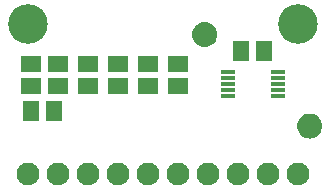
<source format=gbr>
G04 EAGLE Gerber RS-274X export*
G75*
%MOMM*%
%FSLAX34Y34*%
%LPD*%
%INSoldermask Top*%
%IPPOS*%
%AMOC8*
5,1,8,0,0,1.08239X$1,22.5*%
G01*
%ADD10R,1.152400X0.402400*%
%ADD11R,1.452400X1.652400*%
%ADD12R,1.652400X1.452400*%
%ADD13C,1.930400*%
%ADD14C,3.352400*%

G36*
X177052Y125410D02*
X177052Y125410D01*
X177095Y125422D01*
X177161Y125429D01*
X178844Y125880D01*
X178885Y125899D01*
X178948Y125918D01*
X180528Y126655D01*
X180565Y126681D01*
X180624Y126710D01*
X182052Y127710D01*
X182083Y127742D01*
X182136Y127781D01*
X183369Y129014D01*
X183394Y129050D01*
X183440Y129098D01*
X184440Y130526D01*
X184458Y130567D01*
X184495Y130622D01*
X185232Y132202D01*
X185243Y132245D01*
X185270Y132306D01*
X185721Y133989D01*
X185723Y134021D01*
X185730Y134042D01*
X185730Y134057D01*
X185740Y134098D01*
X185892Y135835D01*
X185888Y135879D01*
X185892Y135945D01*
X185740Y137682D01*
X185728Y137725D01*
X185721Y137791D01*
X185270Y139474D01*
X185251Y139515D01*
X185232Y139578D01*
X184495Y141158D01*
X184469Y141195D01*
X184440Y141254D01*
X183440Y142682D01*
X183408Y142713D01*
X183369Y142766D01*
X182136Y143999D01*
X182100Y144024D01*
X182052Y144070D01*
X180624Y145070D01*
X180583Y145088D01*
X180528Y145125D01*
X178948Y145862D01*
X178905Y145873D01*
X178844Y145900D01*
X177161Y146351D01*
X177116Y146354D01*
X177052Y146370D01*
X175315Y146522D01*
X175271Y146518D01*
X175205Y146522D01*
X173468Y146370D01*
X173425Y146358D01*
X173359Y146351D01*
X171676Y145900D01*
X171635Y145881D01*
X171572Y145862D01*
X169992Y145125D01*
X169955Y145099D01*
X169896Y145070D01*
X168468Y144070D01*
X168437Y144038D01*
X168384Y143999D01*
X167151Y142766D01*
X167126Y142730D01*
X167080Y142682D01*
X166080Y141254D01*
X166062Y141213D01*
X166025Y141158D01*
X165288Y139578D01*
X165277Y139535D01*
X165250Y139474D01*
X164799Y137791D01*
X164796Y137746D01*
X164780Y137682D01*
X164628Y135945D01*
X164632Y135901D01*
X164628Y135835D01*
X164780Y134098D01*
X164792Y134055D01*
X164796Y134021D01*
X164796Y134005D01*
X164798Y134000D01*
X164799Y133989D01*
X165250Y132306D01*
X165269Y132265D01*
X165288Y132202D01*
X166025Y130622D01*
X166051Y130585D01*
X166080Y130526D01*
X167080Y129098D01*
X167112Y129067D01*
X167151Y129014D01*
X168384Y127781D01*
X168420Y127756D01*
X168468Y127710D01*
X169896Y126710D01*
X169937Y126692D01*
X169992Y126655D01*
X171572Y125918D01*
X171615Y125907D01*
X171676Y125880D01*
X173359Y125429D01*
X173404Y125426D01*
X173468Y125410D01*
X175205Y125258D01*
X175249Y125262D01*
X175315Y125258D01*
X177052Y125410D01*
G37*
G36*
X265952Y47940D02*
X265952Y47940D01*
X265995Y47952D01*
X266061Y47959D01*
X267744Y48410D01*
X267785Y48429D01*
X267848Y48448D01*
X269428Y49185D01*
X269465Y49211D01*
X269524Y49240D01*
X270952Y50240D01*
X270983Y50272D01*
X271036Y50311D01*
X272269Y51544D01*
X272294Y51580D01*
X272340Y51628D01*
X273340Y53056D01*
X273358Y53097D01*
X273395Y53152D01*
X274132Y54732D01*
X274143Y54775D01*
X274170Y54836D01*
X274621Y56519D01*
X274623Y56551D01*
X274630Y56572D01*
X274630Y56587D01*
X274640Y56628D01*
X274792Y58365D01*
X274788Y58409D01*
X274792Y58475D01*
X274640Y60212D01*
X274628Y60255D01*
X274621Y60321D01*
X274170Y62004D01*
X274151Y62045D01*
X274132Y62108D01*
X273395Y63688D01*
X273369Y63725D01*
X273340Y63784D01*
X272340Y65212D01*
X272308Y65243D01*
X272269Y65296D01*
X271036Y66529D01*
X271000Y66554D01*
X270952Y66600D01*
X269524Y67600D01*
X269483Y67618D01*
X269428Y67655D01*
X267848Y68392D01*
X267805Y68403D01*
X267744Y68430D01*
X266061Y68881D01*
X266016Y68884D01*
X265952Y68900D01*
X264215Y69052D01*
X264171Y69048D01*
X264105Y69052D01*
X262368Y68900D01*
X262325Y68888D01*
X262259Y68881D01*
X260576Y68430D01*
X260535Y68411D01*
X260472Y68392D01*
X258892Y67655D01*
X258855Y67629D01*
X258796Y67600D01*
X257368Y66600D01*
X257337Y66568D01*
X257284Y66529D01*
X256051Y65296D01*
X256026Y65260D01*
X255980Y65212D01*
X254980Y63784D01*
X254962Y63743D01*
X254925Y63688D01*
X254188Y62108D01*
X254177Y62065D01*
X254150Y62004D01*
X253699Y60321D01*
X253696Y60276D01*
X253680Y60212D01*
X253528Y58475D01*
X253532Y58431D01*
X253528Y58365D01*
X253680Y56628D01*
X253692Y56585D01*
X253696Y56551D01*
X253696Y56535D01*
X253698Y56530D01*
X253699Y56519D01*
X254150Y54836D01*
X254169Y54795D01*
X254188Y54732D01*
X254925Y53152D01*
X254951Y53115D01*
X254980Y53056D01*
X255980Y51628D01*
X256012Y51597D01*
X256051Y51544D01*
X257284Y50311D01*
X257320Y50286D01*
X257368Y50240D01*
X258796Y49240D01*
X258837Y49222D01*
X258892Y49185D01*
X260472Y48448D01*
X260515Y48437D01*
X260576Y48410D01*
X262259Y47959D01*
X262304Y47956D01*
X262368Y47940D01*
X264105Y47788D01*
X264149Y47792D01*
X264215Y47788D01*
X265952Y47940D01*
G37*
D10*
X194769Y103980D03*
X194769Y98980D03*
X194769Y93980D03*
X194769Y88980D03*
X194769Y83980D03*
X237031Y83980D03*
X237031Y88980D03*
X237031Y93980D03*
X237031Y98980D03*
X237031Y103980D03*
D11*
X206400Y121920D03*
X225400Y121920D03*
D12*
X76200Y111100D03*
X76200Y92100D03*
X101600Y111100D03*
X101600Y92100D03*
X127000Y92100D03*
X127000Y111100D03*
X152400Y111100D03*
X152400Y92100D03*
D13*
X254000Y17780D03*
X228600Y17780D03*
X203200Y17780D03*
X177800Y17780D03*
X152400Y17780D03*
X127000Y17780D03*
X101600Y17780D03*
X76200Y17780D03*
X50800Y17780D03*
X25400Y17780D03*
D12*
X27940Y92100D03*
X27940Y111100D03*
X50800Y92100D03*
X50800Y111100D03*
D11*
X28600Y71120D03*
X47600Y71120D03*
D14*
X254000Y144780D03*
X25400Y144780D03*
M02*

</source>
